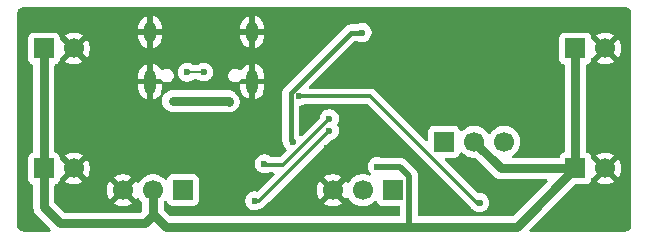
<source format=gbr>
%TF.GenerationSoftware,KiCad,Pcbnew,9.0.3*%
%TF.CreationDate,2025-08-21T23:57:32+02:00*%
%TF.ProjectId,20250807_updi,32303235-3038-4303-975f-757064692e6b,rev?*%
%TF.SameCoordinates,Original*%
%TF.FileFunction,Copper,L2,Bot*%
%TF.FilePolarity,Positive*%
%FSLAX46Y46*%
G04 Gerber Fmt 4.6, Leading zero omitted, Abs format (unit mm)*
G04 Created by KiCad (PCBNEW 9.0.3) date 2025-08-21 23:57:32*
%MOMM*%
%LPD*%
G01*
G04 APERTURE LIST*
%TA.AperFunction,ComponentPad*%
%ADD10R,1.700000X1.700000*%
%TD*%
%TA.AperFunction,ComponentPad*%
%ADD11C,1.700000*%
%TD*%
%TA.AperFunction,HeatsinkPad*%
%ADD12O,1.000000X2.100000*%
%TD*%
%TA.AperFunction,HeatsinkPad*%
%ADD13O,1.000000X1.800000*%
%TD*%
%TA.AperFunction,ViaPad*%
%ADD14C,0.600000*%
%TD*%
%TA.AperFunction,Conductor*%
%ADD15C,0.800000*%
%TD*%
%TA.AperFunction,Conductor*%
%ADD16C,0.300000*%
%TD*%
%TA.AperFunction,Conductor*%
%ADD17C,0.200000*%
%TD*%
%TA.AperFunction,Conductor*%
%ADD18C,0.400000*%
%TD*%
%TA.AperFunction,Conductor*%
%ADD19C,0.500000*%
%TD*%
G04 APERTURE END LIST*
D10*
%TO.P,J8,1,Pin_1*%
%TO.N,UART_Tx*%
X222550000Y-96000000D03*
D11*
%TO.P,J8,2,Pin_2*%
%TO.N,UART_Rx*%
X220010000Y-96000000D03*
%TO.P,J8,3,Pin_3*%
%TO.N,GND*%
X217470000Y-96000000D03*
%TD*%
D10*
%TO.P,J3,1,Pin_1*%
%TO.N,VDD*%
X193000000Y-94160000D03*
D11*
%TO.P,J3,2,Pin_2*%
%TO.N,GND*%
X195540000Y-94160000D03*
%TD*%
D10*
%TO.P,J5,1,Pin_1*%
%TO.N,VDD*%
X238000000Y-94160000D03*
D11*
%TO.P,J5,2,Pin_2*%
%TO.N,GND*%
X240540000Y-94160000D03*
%TD*%
D12*
%TO.P,J1,S1,SHIELD*%
%TO.N,GND*%
X210640000Y-86800000D03*
D13*
X210640000Y-82620000D03*
D12*
X202000000Y-86800000D03*
D13*
X202000000Y-82620000D03*
%TD*%
D10*
%TO.P,J2,1,Pin_1*%
%TO.N,VDD*%
X193000000Y-84000000D03*
D11*
%TO.P,J2,2,Pin_2*%
%TO.N,GND*%
X195540000Y-84000000D03*
%TD*%
D10*
%TO.P,J7,1,Pin_1*%
%TO.N,+5V*%
X226900000Y-91900000D03*
D11*
%TO.P,J7,2,Pin_2*%
%TO.N,VDD*%
X229440000Y-91900000D03*
%TO.P,J7,3,Pin_3*%
%TO.N,+3.3V*%
X231980000Y-91900000D03*
%TD*%
D10*
%TO.P,J4,1,Pin_1*%
%TO.N,VDD*%
X238000000Y-84000000D03*
D11*
%TO.P,J4,2,Pin_2*%
%TO.N,GND*%
X240540000Y-84000000D03*
%TD*%
D10*
%TO.P,J6,1,Pin_1*%
%TO.N,UPDI*%
X204780000Y-96000000D03*
D11*
%TO.P,J6,2,Pin_2*%
%TO.N,VDD*%
X202240000Y-96000000D03*
%TO.P,J6,3,Pin_3*%
%TO.N,GND*%
X199700000Y-96000000D03*
%TD*%
D14*
%TO.N,D+*%
X205130000Y-86010000D03*
X206550000Y-85990000D03*
%TO.N,+5V*%
X219950000Y-82650000D03*
X214087498Y-91950000D03*
%TO.N,GND*%
X191400000Y-81200000D03*
X239400000Y-91950000D03*
X219690000Y-84600000D03*
X229800000Y-86050000D03*
X211040000Y-90860000D03*
X241450000Y-98250000D03*
X217000000Y-92450000D03*
X208430000Y-93150000D03*
X235100000Y-81800000D03*
X223600000Y-88550000D03*
X191550000Y-98750000D03*
X191450000Y-91250000D03*
X231900000Y-82350000D03*
X194550000Y-91150000D03*
X236600000Y-91950000D03*
X239400000Y-90100000D03*
X223600000Y-84200000D03*
X236600000Y-90100000D03*
%TO.N,VDD*%
X207800000Y-99050000D03*
X225500000Y-99050000D03*
X221250000Y-94000000D03*
%TO.N,UPDI_Tx*%
X217187502Y-90950000D03*
X210850000Y-96900000D03*
%TO.N,Net-(D1-A)*%
X217187502Y-89950000D03*
X211680000Y-93770000D03*
%TO.N,Net-(D4-A)*%
X214600000Y-88050000D03*
X229900000Y-97050000D03*
%TO.N,VBUS*%
X203900000Y-88450000D03*
X208700000Y-88500000D03*
%TD*%
D15*
%TO.N,VBUS*%
X208650000Y-88450000D02*
X208700000Y-88500000D01*
X203900000Y-88450000D02*
X208650000Y-88450000D01*
D16*
%TO.N,Net-(D1-A)*%
X211760000Y-93850000D02*
X211680000Y-93770000D01*
X213287502Y-93850000D02*
X211760000Y-93850000D01*
D17*
%TO.N,D+*%
X206530000Y-86010000D02*
X206550000Y-85990000D01*
X205130000Y-86010000D02*
X206530000Y-86010000D01*
D18*
%TO.N,+5V*%
X219008636Y-82650000D02*
X219950000Y-82650000D01*
X214087498Y-91950000D02*
X213899000Y-91761502D01*
X213899000Y-87759636D02*
X219008636Y-82650000D01*
X213899000Y-91761502D02*
X213899000Y-87759636D01*
D15*
%TO.N,VDD*%
X238000000Y-94160000D02*
X233061000Y-99099000D01*
X193000000Y-97450000D02*
X193000000Y-94160000D01*
X203349000Y-99099000D02*
X202240000Y-97990000D01*
D19*
X221250000Y-94000000D02*
X223152000Y-94000000D01*
D15*
X231700000Y-94160000D02*
X229440000Y-91900000D01*
D19*
X223950000Y-94798000D02*
X223950000Y-99099000D01*
D15*
X193000000Y-84000000D02*
X193000000Y-94160000D01*
X202240000Y-97990000D02*
X202240000Y-96000000D01*
X194350000Y-98800000D02*
X193000000Y-97450000D01*
X223950000Y-99099000D02*
X203349000Y-99099000D01*
X201550000Y-98800000D02*
X194350000Y-98800000D01*
X202240000Y-96000000D02*
X202240000Y-98110000D01*
D19*
X223152000Y-94000000D02*
X223950000Y-94798000D01*
D15*
X238000000Y-84000000D02*
X238000000Y-94160000D01*
X202240000Y-98110000D02*
X201550000Y-98800000D01*
X233061000Y-99099000D02*
X223950000Y-99099000D01*
X238000000Y-94160000D02*
X231700000Y-94160000D01*
D16*
%TO.N,UPDI_Tx*%
X217187502Y-90950000D02*
X211237502Y-96900000D01*
X211237502Y-96900000D02*
X210850000Y-96900000D01*
%TO.N,Net-(D1-A)*%
X217187502Y-89950000D02*
X213287502Y-93850000D01*
%TO.N,Net-(D4-A)*%
X220648000Y-88050000D02*
X229648000Y-97050000D01*
X229648000Y-97050000D02*
X229900000Y-97050000D01*
X214600000Y-88050000D02*
X220648000Y-88050000D01*
%TD*%
%TA.AperFunction,Conductor*%
%TO.N,GND*%
G36*
X242256922Y-80501280D02*
G01*
X242347266Y-80511459D01*
X242374331Y-80517636D01*
X242453540Y-80545352D01*
X242478553Y-80557398D01*
X242549606Y-80602043D01*
X242571313Y-80619355D01*
X242630644Y-80678686D01*
X242647957Y-80700395D01*
X242692600Y-80771444D01*
X242704648Y-80796462D01*
X242732362Y-80875666D01*
X242738540Y-80902735D01*
X242748720Y-80993076D01*
X242749500Y-81006961D01*
X242749500Y-98993038D01*
X242748720Y-99006922D01*
X242748720Y-99006923D01*
X242738540Y-99097264D01*
X242732362Y-99124333D01*
X242704648Y-99203537D01*
X242692600Y-99228555D01*
X242647957Y-99299604D01*
X242630644Y-99321313D01*
X242571313Y-99380644D01*
X242549604Y-99397957D01*
X242478555Y-99442600D01*
X242453537Y-99454648D01*
X242374333Y-99482362D01*
X242347264Y-99488540D01*
X242267075Y-99497576D01*
X242256921Y-99498720D01*
X242243038Y-99499500D01*
X234233362Y-99499500D01*
X234166323Y-99479815D01*
X234120568Y-99427011D01*
X234110624Y-99357853D01*
X234139649Y-99294297D01*
X234145681Y-99287819D01*
X237886680Y-95546818D01*
X237948003Y-95513333D01*
X237974361Y-95510499D01*
X238897871Y-95510499D01*
X238897872Y-95510499D01*
X238957483Y-95504091D01*
X239092331Y-95453796D01*
X239207546Y-95367546D01*
X239293796Y-95252331D01*
X239344091Y-95117483D01*
X239350500Y-95057873D01*
X239350499Y-95033979D01*
X239353330Y-95020963D01*
X239363940Y-95001525D01*
X239370179Y-94980275D01*
X239386803Y-94959643D01*
X239386808Y-94959636D01*
X239386811Y-94959634D01*
X239386818Y-94959626D01*
X240057037Y-94289408D01*
X240074075Y-94352993D01*
X240139901Y-94467007D01*
X240232993Y-94560099D01*
X240347007Y-94625925D01*
X240410590Y-94642962D01*
X239778282Y-95275269D01*
X239778282Y-95275270D01*
X239832449Y-95314624D01*
X240021782Y-95411095D01*
X240223870Y-95476757D01*
X240433754Y-95510000D01*
X240646246Y-95510000D01*
X240856127Y-95476757D01*
X240856130Y-95476757D01*
X241058217Y-95411095D01*
X241247554Y-95314622D01*
X241301716Y-95275270D01*
X241301717Y-95275270D01*
X240669408Y-94642962D01*
X240732993Y-94625925D01*
X240847007Y-94560099D01*
X240940099Y-94467007D01*
X241005925Y-94352993D01*
X241022962Y-94289408D01*
X241655270Y-94921717D01*
X241655270Y-94921716D01*
X241694622Y-94867554D01*
X241791095Y-94678217D01*
X241856757Y-94476130D01*
X241856757Y-94476127D01*
X241890000Y-94266246D01*
X241890000Y-94053753D01*
X241856757Y-93843872D01*
X241856757Y-93843869D01*
X241791095Y-93641782D01*
X241694624Y-93452449D01*
X241655270Y-93398282D01*
X241655269Y-93398282D01*
X241022962Y-94030590D01*
X241005925Y-93967007D01*
X240940099Y-93852993D01*
X240847007Y-93759901D01*
X240732993Y-93694075D01*
X240669409Y-93677037D01*
X241301716Y-93044728D01*
X241247550Y-93005375D01*
X241058217Y-92908904D01*
X240856129Y-92843242D01*
X240646246Y-92810000D01*
X240433754Y-92810000D01*
X240223872Y-92843242D01*
X240223869Y-92843242D01*
X240021782Y-92908904D01*
X239832439Y-93005380D01*
X239778282Y-93044727D01*
X239778282Y-93044728D01*
X240410591Y-93677037D01*
X240347007Y-93694075D01*
X240232993Y-93759901D01*
X240139901Y-93852993D01*
X240074075Y-93967007D01*
X240057037Y-94030591D01*
X239386818Y-93360372D01*
X239353333Y-93299049D01*
X239353330Y-93299036D01*
X239350499Y-93286015D01*
X239350499Y-93262128D01*
X239344091Y-93202517D01*
X239315926Y-93127002D01*
X239293798Y-93067673D01*
X239293793Y-93067664D01*
X239207547Y-92952455D01*
X239207544Y-92952452D01*
X239092335Y-92866206D01*
X239092329Y-92866203D01*
X238981166Y-92824741D01*
X238925233Y-92782869D01*
X238900816Y-92717405D01*
X238900500Y-92708559D01*
X238900500Y-85451439D01*
X238920185Y-85384400D01*
X238972989Y-85338645D01*
X238981168Y-85335257D01*
X239092326Y-85293798D01*
X239092326Y-85293797D01*
X239092331Y-85293796D01*
X239207546Y-85207546D01*
X239293796Y-85092331D01*
X239344091Y-84957483D01*
X239350500Y-84897873D01*
X239350499Y-84873979D01*
X239353330Y-84860963D01*
X239363940Y-84841525D01*
X239370179Y-84820275D01*
X239386803Y-84799643D01*
X239386808Y-84799636D01*
X239386811Y-84799634D01*
X239386818Y-84799626D01*
X240057037Y-84129408D01*
X240074075Y-84192993D01*
X240139901Y-84307007D01*
X240232993Y-84400099D01*
X240347007Y-84465925D01*
X240410590Y-84482962D01*
X239778282Y-85115269D01*
X239778282Y-85115270D01*
X239832449Y-85154624D01*
X240021782Y-85251095D01*
X240223870Y-85316757D01*
X240433754Y-85350000D01*
X240646246Y-85350000D01*
X240856127Y-85316757D01*
X240856130Y-85316757D01*
X241058217Y-85251095D01*
X241247554Y-85154622D01*
X241301716Y-85115270D01*
X241301717Y-85115270D01*
X240669408Y-84482962D01*
X240732993Y-84465925D01*
X240847007Y-84400099D01*
X240940099Y-84307007D01*
X241005925Y-84192993D01*
X241022962Y-84129408D01*
X241655270Y-84761717D01*
X241655270Y-84761716D01*
X241694622Y-84707554D01*
X241791095Y-84518217D01*
X241856757Y-84316130D01*
X241856757Y-84316127D01*
X241890000Y-84106246D01*
X241890000Y-83893753D01*
X241856757Y-83683872D01*
X241856757Y-83683869D01*
X241791095Y-83481782D01*
X241694624Y-83292449D01*
X241655270Y-83238282D01*
X241655269Y-83238282D01*
X241022962Y-83870590D01*
X241005925Y-83807007D01*
X240940099Y-83692993D01*
X240847007Y-83599901D01*
X240732993Y-83534075D01*
X240669409Y-83517037D01*
X241301716Y-82884728D01*
X241247550Y-82845375D01*
X241058217Y-82748904D01*
X240856129Y-82683242D01*
X240646246Y-82650000D01*
X240433754Y-82650000D01*
X240223872Y-82683242D01*
X240223869Y-82683242D01*
X240021782Y-82748904D01*
X239832439Y-82845380D01*
X239778282Y-82884727D01*
X239778282Y-82884728D01*
X240410591Y-83517037D01*
X240347007Y-83534075D01*
X240232993Y-83599901D01*
X240139901Y-83692993D01*
X240074075Y-83807007D01*
X240057037Y-83870591D01*
X239386818Y-83200372D01*
X239353333Y-83139049D01*
X239353330Y-83139036D01*
X239350499Y-83126015D01*
X239350499Y-83102128D01*
X239344091Y-83042517D01*
X239315926Y-82967002D01*
X239293798Y-82907673D01*
X239293793Y-82907664D01*
X239207547Y-82792455D01*
X239207544Y-82792452D01*
X239092335Y-82706206D01*
X239092328Y-82706202D01*
X238957482Y-82655908D01*
X238957483Y-82655908D01*
X238897883Y-82649501D01*
X238897881Y-82649500D01*
X238897873Y-82649500D01*
X238897864Y-82649500D01*
X237102129Y-82649500D01*
X237102123Y-82649501D01*
X237042516Y-82655908D01*
X236907671Y-82706202D01*
X236907664Y-82706206D01*
X236792455Y-82792452D01*
X236792452Y-82792455D01*
X236706206Y-82907664D01*
X236706202Y-82907671D01*
X236655908Y-83042517D01*
X236649501Y-83102116D01*
X236649500Y-83102135D01*
X236649500Y-84897870D01*
X236649501Y-84897876D01*
X236655908Y-84957483D01*
X236706202Y-85092328D01*
X236706206Y-85092335D01*
X236792452Y-85207544D01*
X236792455Y-85207547D01*
X236907664Y-85293793D01*
X236907673Y-85293798D01*
X237018832Y-85335257D01*
X237074766Y-85377127D01*
X237099184Y-85442592D01*
X237099500Y-85451439D01*
X237099500Y-92708560D01*
X237079815Y-92775599D01*
X237027011Y-92821354D01*
X237018833Y-92824742D01*
X236907671Y-92866202D01*
X236907664Y-92866206D01*
X236792455Y-92952452D01*
X236792452Y-92952455D01*
X236706206Y-93067664D01*
X236706202Y-93067671D01*
X236664742Y-93178833D01*
X236622871Y-93234767D01*
X236557407Y-93259184D01*
X236548560Y-93259500D01*
X232788050Y-93259500D01*
X232721011Y-93239815D01*
X232675256Y-93187011D01*
X232665312Y-93117853D01*
X232694337Y-93054297D01*
X232715165Y-93035182D01*
X232859785Y-92930109D01*
X232859783Y-92930109D01*
X232859792Y-92930104D01*
X233010104Y-92779792D01*
X233010106Y-92779788D01*
X233010109Y-92779786D01*
X233135048Y-92607820D01*
X233135047Y-92607820D01*
X233135051Y-92607816D01*
X233231557Y-92418412D01*
X233297246Y-92216243D01*
X233330500Y-92006287D01*
X233330500Y-91793713D01*
X233297246Y-91583757D01*
X233231557Y-91381588D01*
X233135051Y-91192184D01*
X233135049Y-91192181D01*
X233135048Y-91192179D01*
X233010109Y-91020213D01*
X232859786Y-90869890D01*
X232687820Y-90744951D01*
X232498414Y-90648444D01*
X232498413Y-90648443D01*
X232498412Y-90648443D01*
X232296243Y-90582754D01*
X232296241Y-90582753D01*
X232296240Y-90582753D01*
X232134957Y-90557208D01*
X232086287Y-90549500D01*
X231873713Y-90549500D01*
X231825042Y-90557208D01*
X231663760Y-90582753D01*
X231461585Y-90648444D01*
X231272179Y-90744951D01*
X231100213Y-90869890D01*
X230949890Y-91020213D01*
X230824949Y-91192182D01*
X230820484Y-91200946D01*
X230772509Y-91251742D01*
X230704688Y-91268536D01*
X230638553Y-91245998D01*
X230599516Y-91200946D01*
X230595050Y-91192182D01*
X230470109Y-91020213D01*
X230319786Y-90869890D01*
X230147820Y-90744951D01*
X229958414Y-90648444D01*
X229958413Y-90648443D01*
X229958412Y-90648443D01*
X229756243Y-90582754D01*
X229756241Y-90582753D01*
X229756240Y-90582753D01*
X229594957Y-90557208D01*
X229546287Y-90549500D01*
X229333713Y-90549500D01*
X229285042Y-90557208D01*
X229123760Y-90582753D01*
X228921585Y-90648444D01*
X228732179Y-90744951D01*
X228560215Y-90869889D01*
X228446673Y-90983431D01*
X228385350Y-91016915D01*
X228315658Y-91011931D01*
X228259725Y-90970059D01*
X228242810Y-90939082D01*
X228193797Y-90807671D01*
X228193793Y-90807664D01*
X228107547Y-90692455D01*
X228107544Y-90692452D01*
X227992335Y-90606206D01*
X227992328Y-90606202D01*
X227857482Y-90555908D01*
X227857483Y-90555908D01*
X227797883Y-90549501D01*
X227797881Y-90549500D01*
X227797873Y-90549500D01*
X227797864Y-90549500D01*
X226002129Y-90549500D01*
X226002123Y-90549501D01*
X225942516Y-90555908D01*
X225807671Y-90606202D01*
X225807664Y-90606206D01*
X225692455Y-90692452D01*
X225692452Y-90692455D01*
X225606206Y-90807664D01*
X225606202Y-90807671D01*
X225555908Y-90942517D01*
X225549501Y-91002116D01*
X225549500Y-91002135D01*
X225549500Y-91732191D01*
X225529815Y-91799230D01*
X225477011Y-91844985D01*
X225407853Y-91854929D01*
X225344297Y-91825904D01*
X225337819Y-91819872D01*
X221062673Y-87544726D01*
X221046927Y-87534205D01*
X220956127Y-87473535D01*
X220937443Y-87465796D01*
X220837744Y-87424499D01*
X220837738Y-87424497D01*
X220712071Y-87399500D01*
X220712069Y-87399500D01*
X215549155Y-87399500D01*
X215482116Y-87379815D01*
X215436361Y-87327011D01*
X215426417Y-87257853D01*
X215455442Y-87194297D01*
X215461474Y-87187819D01*
X219262474Y-83386819D01*
X219289401Y-83372115D01*
X219315220Y-83355523D01*
X219321420Y-83354631D01*
X219323797Y-83353334D01*
X219350155Y-83350500D01*
X219524684Y-83350500D01*
X219572136Y-83359939D01*
X219601532Y-83372115D01*
X219716503Y-83419737D01*
X219871153Y-83450499D01*
X219871156Y-83450500D01*
X219871158Y-83450500D01*
X220028844Y-83450500D01*
X220028845Y-83450499D01*
X220183497Y-83419737D01*
X220329179Y-83359394D01*
X220460289Y-83271789D01*
X220571789Y-83160289D01*
X220659394Y-83029179D01*
X220719737Y-82883497D01*
X220750500Y-82728842D01*
X220750500Y-82571158D01*
X220750500Y-82571155D01*
X220750499Y-82571153D01*
X220719738Y-82416510D01*
X220719737Y-82416503D01*
X220700475Y-82370000D01*
X220659397Y-82270827D01*
X220659390Y-82270814D01*
X220571789Y-82139711D01*
X220571786Y-82139707D01*
X220460292Y-82028213D01*
X220460288Y-82028210D01*
X220329185Y-81940609D01*
X220329172Y-81940602D01*
X220183501Y-81880264D01*
X220183489Y-81880261D01*
X220028845Y-81849500D01*
X220028842Y-81849500D01*
X219871158Y-81849500D01*
X219871155Y-81849500D01*
X219716510Y-81880261D01*
X219716498Y-81880264D01*
X219572136Y-81940061D01*
X219524684Y-81949500D01*
X218939641Y-81949500D01*
X218804313Y-81976418D01*
X218804303Y-81976421D01*
X218676828Y-82029222D01*
X218562090Y-82105887D01*
X213354885Y-87313092D01*
X213280444Y-87424503D01*
X213278225Y-87427824D01*
X213278222Y-87427829D01*
X213225421Y-87555303D01*
X213225418Y-87555313D01*
X213198500Y-87690640D01*
X213198500Y-87690643D01*
X213198500Y-91692508D01*
X213198500Y-91830496D01*
X213198500Y-91830498D01*
X213198499Y-91830498D01*
X213225418Y-91965824D01*
X213225420Y-91965830D01*
X213278223Y-92093309D01*
X213278226Y-92093314D01*
X213295274Y-92118829D01*
X213313786Y-92163522D01*
X213317758Y-92183487D01*
X213317761Y-92183499D01*
X213378100Y-92329172D01*
X213378107Y-92329185D01*
X213465708Y-92460288D01*
X213465711Y-92460292D01*
X213523806Y-92518387D01*
X213557291Y-92579710D01*
X213552307Y-92649402D01*
X213523806Y-92693749D01*
X213054375Y-93163181D01*
X212993052Y-93196666D01*
X212966694Y-93199500D01*
X212292941Y-93199500D01*
X212225902Y-93179815D01*
X212205260Y-93163181D01*
X212190292Y-93148213D01*
X212190288Y-93148210D01*
X212059185Y-93060609D01*
X212059172Y-93060602D01*
X211913501Y-93000264D01*
X211913489Y-93000261D01*
X211758845Y-92969500D01*
X211758842Y-92969500D01*
X211601158Y-92969500D01*
X211601155Y-92969500D01*
X211446510Y-93000261D01*
X211446498Y-93000264D01*
X211300827Y-93060602D01*
X211300814Y-93060609D01*
X211169711Y-93148210D01*
X211169707Y-93148213D01*
X211058213Y-93259707D01*
X211058210Y-93259711D01*
X210970609Y-93390814D01*
X210970602Y-93390827D01*
X210910264Y-93536498D01*
X210910261Y-93536510D01*
X210879500Y-93691153D01*
X210879500Y-93848846D01*
X210910261Y-94003489D01*
X210910264Y-94003501D01*
X210970602Y-94149172D01*
X210970609Y-94149185D01*
X211058210Y-94280288D01*
X211058213Y-94280292D01*
X211169707Y-94391786D01*
X211169711Y-94391789D01*
X211300814Y-94479390D01*
X211300827Y-94479397D01*
X211446498Y-94539735D01*
X211446503Y-94539737D01*
X211601153Y-94570499D01*
X211601156Y-94570500D01*
X211601158Y-94570500D01*
X211758844Y-94570500D01*
X211758845Y-94570499D01*
X211913497Y-94539737D01*
X211976709Y-94513554D01*
X211985437Y-94509939D01*
X212032889Y-94500500D01*
X212417694Y-94500500D01*
X212484733Y-94520185D01*
X212530488Y-94572989D01*
X212540432Y-94642147D01*
X212511407Y-94705703D01*
X212505375Y-94712181D01*
X211133529Y-96084025D01*
X211072206Y-96117510D01*
X211021657Y-96117961D01*
X210928846Y-96099500D01*
X210928842Y-96099500D01*
X210771158Y-96099500D01*
X210771155Y-96099500D01*
X210616510Y-96130261D01*
X210616498Y-96130264D01*
X210470827Y-96190602D01*
X210470814Y-96190609D01*
X210339711Y-96278210D01*
X210339707Y-96278213D01*
X210228213Y-96389707D01*
X210228210Y-96389711D01*
X210140609Y-96520814D01*
X210140602Y-96520827D01*
X210080264Y-96666498D01*
X210080261Y-96666510D01*
X210049500Y-96821153D01*
X210049500Y-96978846D01*
X210080261Y-97133489D01*
X210080264Y-97133501D01*
X210140602Y-97279172D01*
X210140609Y-97279185D01*
X210228210Y-97410288D01*
X210228213Y-97410292D01*
X210339707Y-97521786D01*
X210339711Y-97521789D01*
X210470814Y-97609390D01*
X210470827Y-97609397D01*
X210576866Y-97653319D01*
X210616503Y-97669737D01*
X210771153Y-97700499D01*
X210771156Y-97700500D01*
X210771158Y-97700500D01*
X210928844Y-97700500D01*
X210928845Y-97700499D01*
X211083497Y-97669737D01*
X211229179Y-97609394D01*
X211303489Y-97559740D01*
X211348182Y-97541227D01*
X211427246Y-97525501D01*
X211545629Y-97476465D01*
X211563282Y-97464670D01*
X211563283Y-97464670D01*
X211644671Y-97410288D01*
X211652171Y-97405277D01*
X211849904Y-97207544D01*
X212077119Y-96980330D01*
X213256248Y-95801200D01*
X214213142Y-94844306D01*
X216517242Y-92540205D01*
X217290433Y-91767013D01*
X217351754Y-91733530D01*
X217353819Y-91733099D01*
X217420999Y-91719737D01*
X217566681Y-91659394D01*
X217697791Y-91571789D01*
X217809291Y-91460289D01*
X217896896Y-91329179D01*
X217957239Y-91183497D01*
X217988002Y-91028842D01*
X217988002Y-90871158D01*
X217988002Y-90871155D01*
X217988001Y-90871153D01*
X217987750Y-90869889D01*
X217957239Y-90716503D01*
X217901839Y-90582754D01*
X217896898Y-90570825D01*
X217896896Y-90570822D01*
X217896896Y-90570821D01*
X217862196Y-90518889D01*
X217841318Y-90452215D01*
X217859802Y-90384835D01*
X217862178Y-90381136D01*
X217896896Y-90329179D01*
X217957239Y-90183497D01*
X217988002Y-90028842D01*
X217988002Y-89871158D01*
X217988002Y-89871155D01*
X217988001Y-89871153D01*
X217957240Y-89716510D01*
X217957240Y-89716508D01*
X217957239Y-89716503D01*
X217957237Y-89716498D01*
X217896899Y-89570827D01*
X217896892Y-89570814D01*
X217809291Y-89439711D01*
X217809288Y-89439707D01*
X217697794Y-89328213D01*
X217697790Y-89328210D01*
X217566687Y-89240609D01*
X217566674Y-89240602D01*
X217421003Y-89180264D01*
X217420991Y-89180261D01*
X217266347Y-89149500D01*
X217266344Y-89149500D01*
X217108660Y-89149500D01*
X217108657Y-89149500D01*
X216954012Y-89180261D01*
X216954000Y-89180264D01*
X216808329Y-89240602D01*
X216808316Y-89240609D01*
X216677213Y-89328210D01*
X216677209Y-89328213D01*
X216565715Y-89439707D01*
X216565712Y-89439711D01*
X216478111Y-89570814D01*
X216478104Y-89570827D01*
X216417766Y-89716498D01*
X216417763Y-89716508D01*
X216404422Y-89783579D01*
X216372037Y-89845490D01*
X216370486Y-89847068D01*
X214831246Y-91386308D01*
X214823299Y-91390646D01*
X214817873Y-91397896D01*
X214793113Y-91407129D01*
X214769923Y-91419793D01*
X214760891Y-91419147D01*
X214752408Y-91422311D01*
X214726588Y-91416693D01*
X214700231Y-91414809D01*
X214691176Y-91408990D01*
X214684135Y-91407458D01*
X214655882Y-91386306D01*
X214635817Y-91366240D01*
X214602333Y-91304916D01*
X214599500Y-91278561D01*
X214599500Y-88968046D01*
X214619185Y-88901007D01*
X214671989Y-88855252D01*
X214699309Y-88846429D01*
X214728848Y-88840552D01*
X214833497Y-88819737D01*
X214979179Y-88759394D01*
X215036044Y-88721397D01*
X215102721Y-88700520D01*
X215104935Y-88700500D01*
X220327192Y-88700500D01*
X220394231Y-88720185D01*
X220414873Y-88736819D01*
X229233325Y-97555272D01*
X229233328Y-97555275D01*
X229314325Y-97609395D01*
X229314324Y-97609395D01*
X229343319Y-97628768D01*
X229362111Y-97644190D01*
X229389707Y-97671786D01*
X229389711Y-97671789D01*
X229520814Y-97759390D01*
X229520827Y-97759397D01*
X229666498Y-97819735D01*
X229666503Y-97819737D01*
X229821153Y-97850499D01*
X229821156Y-97850500D01*
X229821158Y-97850500D01*
X229978844Y-97850500D01*
X229978845Y-97850499D01*
X230133497Y-97819737D01*
X230279179Y-97759394D01*
X230410289Y-97671789D01*
X230521789Y-97560289D01*
X230609394Y-97429179D01*
X230669737Y-97283497D01*
X230700500Y-97128842D01*
X230700500Y-96971158D01*
X230700500Y-96971155D01*
X230700499Y-96971153D01*
X230689641Y-96916569D01*
X230669737Y-96816503D01*
X230647044Y-96761716D01*
X230609397Y-96670827D01*
X230609390Y-96670814D01*
X230521789Y-96539711D01*
X230521786Y-96539707D01*
X230410292Y-96428213D01*
X230410288Y-96428210D01*
X230279185Y-96340609D01*
X230279172Y-96340602D01*
X230133501Y-96280264D01*
X230133489Y-96280261D01*
X229978845Y-96249500D01*
X229978842Y-96249500D01*
X229821158Y-96249500D01*
X229818808Y-96249500D01*
X229751769Y-96229815D01*
X229731127Y-96213181D01*
X226980126Y-93462180D01*
X226946641Y-93400857D01*
X226951625Y-93331165D01*
X226993497Y-93275232D01*
X227058961Y-93250815D01*
X227067807Y-93250499D01*
X227797871Y-93250499D01*
X227797872Y-93250499D01*
X227857483Y-93244091D01*
X227992331Y-93193796D01*
X228107546Y-93107546D01*
X228193796Y-92992331D01*
X228242810Y-92860916D01*
X228284681Y-92804984D01*
X228350145Y-92780566D01*
X228418418Y-92795417D01*
X228446673Y-92816569D01*
X228560213Y-92930109D01*
X228732179Y-93055048D01*
X228732181Y-93055049D01*
X228732184Y-93055051D01*
X228921588Y-93151557D01*
X229123757Y-93217246D01*
X229333713Y-93250500D01*
X229465638Y-93250500D01*
X229532677Y-93270185D01*
X229553319Y-93286819D01*
X230320254Y-94053753D01*
X231000536Y-94734035D01*
X231125965Y-94859464D01*
X231273453Y-94958013D01*
X231321452Y-94977895D01*
X231437334Y-95025895D01*
X231598087Y-95057870D01*
X231611304Y-95060499D01*
X231611308Y-95060500D01*
X231611309Y-95060500D01*
X235526639Y-95060500D01*
X235593678Y-95080185D01*
X235639433Y-95132989D01*
X235649377Y-95202147D01*
X235620352Y-95265703D01*
X235614320Y-95272180D01*
X234124784Y-96761716D01*
X232724319Y-98162181D01*
X232662996Y-98195666D01*
X232636638Y-98198500D01*
X224824500Y-98198500D01*
X224757461Y-98178815D01*
X224711706Y-98126011D01*
X224700500Y-98074500D01*
X224700500Y-94724079D01*
X224671659Y-94579092D01*
X224671658Y-94579091D01*
X224671658Y-94579087D01*
X224647260Y-94520185D01*
X224615087Y-94442511D01*
X224615080Y-94442498D01*
X224532952Y-94319585D01*
X224493655Y-94280288D01*
X224428416Y-94215049D01*
X224267120Y-94053753D01*
X223630421Y-93417052D01*
X223630420Y-93417051D01*
X223591172Y-93390827D01*
X223538048Y-93355331D01*
X223507495Y-93334916D01*
X223507493Y-93334915D01*
X223507490Y-93334913D01*
X223370917Y-93278343D01*
X223370907Y-93278340D01*
X223225920Y-93249500D01*
X223225918Y-93249500D01*
X221554604Y-93249500D01*
X221507155Y-93240062D01*
X221483497Y-93230263D01*
X221483493Y-93230262D01*
X221483488Y-93230260D01*
X221328845Y-93199500D01*
X221328842Y-93199500D01*
X221171158Y-93199500D01*
X221171155Y-93199500D01*
X221016510Y-93230261D01*
X221016498Y-93230264D01*
X220870827Y-93290602D01*
X220870814Y-93290609D01*
X220739711Y-93378210D01*
X220739707Y-93378213D01*
X220628213Y-93489707D01*
X220628210Y-93489711D01*
X220540609Y-93620814D01*
X220540602Y-93620827D01*
X220480264Y-93766498D01*
X220480261Y-93766510D01*
X220449500Y-93921153D01*
X220449500Y-94078846D01*
X220480261Y-94233489D01*
X220480264Y-94233501D01*
X220540602Y-94379172D01*
X220540609Y-94379185D01*
X220628210Y-94510288D01*
X220628213Y-94510292D01*
X220664529Y-94546608D01*
X220698014Y-94607931D01*
X220693030Y-94677623D01*
X220651158Y-94733556D01*
X220585694Y-94757973D01*
X220533201Y-94749469D01*
X220533046Y-94749949D01*
X220529945Y-94748941D01*
X220529405Y-94748854D01*
X220528417Y-94748445D01*
X220528414Y-94748444D01*
X220528412Y-94748443D01*
X220326243Y-94682754D01*
X220326241Y-94682753D01*
X220326240Y-94682753D01*
X220164957Y-94657208D01*
X220116287Y-94649500D01*
X219903713Y-94649500D01*
X219855042Y-94657208D01*
X219693760Y-94682753D01*
X219491585Y-94748444D01*
X219302179Y-94844951D01*
X219130213Y-94969890D01*
X218979890Y-95120213D01*
X218854949Y-95292182D01*
X218850202Y-95301499D01*
X218802227Y-95352293D01*
X218734405Y-95369087D01*
X218668271Y-95346548D01*
X218629234Y-95301495D01*
X218624626Y-95292452D01*
X218585270Y-95238282D01*
X218585269Y-95238282D01*
X217952962Y-95870590D01*
X217935925Y-95807007D01*
X217870099Y-95692993D01*
X217777007Y-95599901D01*
X217662993Y-95534075D01*
X217599409Y-95517037D01*
X218231716Y-94884728D01*
X218177550Y-94845375D01*
X217988217Y-94748904D01*
X217786129Y-94683242D01*
X217576246Y-94650000D01*
X217363754Y-94650000D01*
X217153872Y-94683242D01*
X217153869Y-94683242D01*
X216951782Y-94748904D01*
X216762439Y-94845380D01*
X216708282Y-94884727D01*
X216708282Y-94884728D01*
X217340591Y-95517037D01*
X217277007Y-95534075D01*
X217162993Y-95599901D01*
X217069901Y-95692993D01*
X217004075Y-95807007D01*
X216987037Y-95870591D01*
X216354728Y-95238282D01*
X216354727Y-95238282D01*
X216315380Y-95292439D01*
X216218904Y-95481782D01*
X216153242Y-95683869D01*
X216153242Y-95683872D01*
X216120000Y-95893753D01*
X216120000Y-96106246D01*
X216153242Y-96316127D01*
X216153242Y-96316130D01*
X216218904Y-96518217D01*
X216315375Y-96707550D01*
X216354728Y-96761716D01*
X216987037Y-96129408D01*
X217004075Y-96192993D01*
X217069901Y-96307007D01*
X217162993Y-96400099D01*
X217277007Y-96465925D01*
X217340590Y-96482962D01*
X216708282Y-97115269D01*
X216708282Y-97115270D01*
X216762449Y-97154624D01*
X216951782Y-97251095D01*
X217153870Y-97316757D01*
X217363754Y-97350000D01*
X217576246Y-97350000D01*
X217786127Y-97316757D01*
X217786130Y-97316757D01*
X217988217Y-97251095D01*
X218177554Y-97154622D01*
X218231716Y-97115270D01*
X218231717Y-97115270D01*
X217599408Y-96482962D01*
X217662993Y-96465925D01*
X217777007Y-96400099D01*
X217870099Y-96307007D01*
X217935925Y-96192993D01*
X217952962Y-96129408D01*
X218585270Y-96761717D01*
X218585270Y-96761716D01*
X218624622Y-96707555D01*
X218629232Y-96698507D01*
X218677205Y-96647709D01*
X218745025Y-96630912D01*
X218811161Y-96653447D01*
X218850204Y-96698504D01*
X218854949Y-96707817D01*
X218979890Y-96879786D01*
X219130213Y-97030109D01*
X219302179Y-97155048D01*
X219302181Y-97155049D01*
X219302184Y-97155051D01*
X219491588Y-97251557D01*
X219693757Y-97317246D01*
X219903713Y-97350500D01*
X219903714Y-97350500D01*
X220116286Y-97350500D01*
X220116287Y-97350500D01*
X220326243Y-97317246D01*
X220528412Y-97251557D01*
X220717816Y-97155051D01*
X220889792Y-97030104D01*
X221003329Y-96916566D01*
X221064648Y-96883084D01*
X221134340Y-96888068D01*
X221190274Y-96929939D01*
X221207189Y-96960917D01*
X221256202Y-97092328D01*
X221256206Y-97092335D01*
X221342452Y-97207544D01*
X221342455Y-97207547D01*
X221457664Y-97293793D01*
X221457671Y-97293797D01*
X221592517Y-97344091D01*
X221592516Y-97344091D01*
X221599444Y-97344835D01*
X221652127Y-97350500D01*
X223075500Y-97350499D01*
X223142539Y-97370184D01*
X223188294Y-97422987D01*
X223199500Y-97474499D01*
X223199500Y-98074500D01*
X223179815Y-98141539D01*
X223127011Y-98187294D01*
X223075500Y-98198500D01*
X203773362Y-98198500D01*
X203706323Y-98178815D01*
X203685681Y-98162181D01*
X203176819Y-97653319D01*
X203143334Y-97591996D01*
X203140500Y-97565638D01*
X203140500Y-97060758D01*
X203149143Y-97031321D01*
X203155667Y-97001332D01*
X203159422Y-96996315D01*
X203160185Y-96993719D01*
X203176818Y-96973078D01*
X203192414Y-96957482D01*
X203233327Y-96916568D01*
X203294648Y-96883084D01*
X203364340Y-96888068D01*
X203420273Y-96929939D01*
X203437189Y-96960917D01*
X203486202Y-97092328D01*
X203486206Y-97092335D01*
X203572452Y-97207544D01*
X203572455Y-97207547D01*
X203687664Y-97293793D01*
X203687671Y-97293797D01*
X203822517Y-97344091D01*
X203822516Y-97344091D01*
X203829444Y-97344835D01*
X203882127Y-97350500D01*
X205677872Y-97350499D01*
X205737483Y-97344091D01*
X205872331Y-97293796D01*
X205987546Y-97207546D01*
X206073796Y-97092331D01*
X206124091Y-96957483D01*
X206130500Y-96897873D01*
X206130499Y-95102128D01*
X206124091Y-95042517D01*
X206122810Y-95039083D01*
X206073797Y-94907671D01*
X206073793Y-94907664D01*
X205987547Y-94792455D01*
X205987544Y-94792452D01*
X205872335Y-94706206D01*
X205872328Y-94706202D01*
X205737482Y-94655908D01*
X205737483Y-94655908D01*
X205677883Y-94649501D01*
X205677881Y-94649500D01*
X205677873Y-94649500D01*
X205677864Y-94649500D01*
X203882129Y-94649500D01*
X203882123Y-94649501D01*
X203822516Y-94655908D01*
X203687671Y-94706202D01*
X203687664Y-94706206D01*
X203572455Y-94792452D01*
X203572452Y-94792455D01*
X203486206Y-94907664D01*
X203486203Y-94907669D01*
X203437189Y-95039083D01*
X203395317Y-95095016D01*
X203329853Y-95119433D01*
X203261580Y-95104581D01*
X203233326Y-95083430D01*
X203119786Y-94969890D01*
X202947820Y-94844951D01*
X202758414Y-94748444D01*
X202758413Y-94748443D01*
X202758412Y-94748443D01*
X202556243Y-94682754D01*
X202556241Y-94682753D01*
X202556240Y-94682753D01*
X202394957Y-94657208D01*
X202346287Y-94649500D01*
X202133713Y-94649500D01*
X202085042Y-94657208D01*
X201923760Y-94682753D01*
X201721585Y-94748444D01*
X201532179Y-94844951D01*
X201360213Y-94969890D01*
X201209890Y-95120213D01*
X201084949Y-95292182D01*
X201080202Y-95301499D01*
X201032227Y-95352293D01*
X200964405Y-95369087D01*
X200898271Y-95346548D01*
X200859234Y-95301495D01*
X200854626Y-95292452D01*
X200815270Y-95238282D01*
X200815269Y-95238282D01*
X200182962Y-95870590D01*
X200165925Y-95807007D01*
X200100099Y-95692993D01*
X200007007Y-95599901D01*
X199892993Y-95534075D01*
X199829409Y-95517037D01*
X200461716Y-94884728D01*
X200407550Y-94845375D01*
X200218217Y-94748904D01*
X200016129Y-94683242D01*
X199806246Y-94650000D01*
X199593754Y-94650000D01*
X199383872Y-94683242D01*
X199383869Y-94683242D01*
X199181782Y-94748904D01*
X198992439Y-94845380D01*
X198938282Y-94884727D01*
X198938282Y-94884728D01*
X199570591Y-95517037D01*
X199507007Y-95534075D01*
X199392993Y-95599901D01*
X199299901Y-95692993D01*
X199234075Y-95807007D01*
X199217037Y-95870591D01*
X198584728Y-95238282D01*
X198584727Y-95238282D01*
X198545380Y-95292439D01*
X198448904Y-95481782D01*
X198383242Y-95683869D01*
X198383242Y-95683872D01*
X198350000Y-95893753D01*
X198350000Y-96106246D01*
X198383242Y-96316127D01*
X198383242Y-96316130D01*
X198448904Y-96518217D01*
X198545375Y-96707550D01*
X198584728Y-96761716D01*
X199217037Y-96129408D01*
X199234075Y-96192993D01*
X199299901Y-96307007D01*
X199392993Y-96400099D01*
X199507007Y-96465925D01*
X199570590Y-96482962D01*
X198938282Y-97115269D01*
X198938282Y-97115270D01*
X198992449Y-97154624D01*
X199181782Y-97251095D01*
X199383870Y-97316757D01*
X199593754Y-97350000D01*
X199806246Y-97350000D01*
X200016127Y-97316757D01*
X200016130Y-97316757D01*
X200218217Y-97251095D01*
X200407554Y-97154622D01*
X200461716Y-97115270D01*
X200461717Y-97115270D01*
X199829408Y-96482962D01*
X199892993Y-96465925D01*
X200007007Y-96400099D01*
X200100099Y-96307007D01*
X200165925Y-96192993D01*
X200182962Y-96129409D01*
X200815270Y-96761717D01*
X200815270Y-96761716D01*
X200854622Y-96707555D01*
X200859232Y-96698507D01*
X200907205Y-96647709D01*
X200975025Y-96630912D01*
X201041161Y-96653447D01*
X201080204Y-96698504D01*
X201084949Y-96707817D01*
X201209890Y-96879786D01*
X201303181Y-96973077D01*
X201336666Y-97034400D01*
X201339500Y-97060758D01*
X201339500Y-97685638D01*
X201330855Y-97715078D01*
X201324332Y-97745065D01*
X201320577Y-97750080D01*
X201319815Y-97752677D01*
X201303181Y-97773319D01*
X201213319Y-97863181D01*
X201151996Y-97896666D01*
X201125638Y-97899500D01*
X194774361Y-97899500D01*
X194707322Y-97879815D01*
X194686680Y-97863181D01*
X193979192Y-97155692D01*
X193936819Y-97113319D01*
X193903334Y-97051996D01*
X193900500Y-97025638D01*
X193900500Y-95611439D01*
X193920185Y-95544400D01*
X193972989Y-95498645D01*
X193981168Y-95495257D01*
X194092326Y-95453798D01*
X194092326Y-95453797D01*
X194092331Y-95453796D01*
X194207546Y-95367546D01*
X194293796Y-95252331D01*
X194344091Y-95117483D01*
X194350500Y-95057873D01*
X194350499Y-95033979D01*
X194353330Y-95020963D01*
X194363940Y-95001525D01*
X194370179Y-94980275D01*
X194386803Y-94959643D01*
X194386808Y-94959636D01*
X194386811Y-94959634D01*
X194386818Y-94959626D01*
X195057037Y-94289408D01*
X195074075Y-94352993D01*
X195139901Y-94467007D01*
X195232993Y-94560099D01*
X195347007Y-94625925D01*
X195410590Y-94642962D01*
X194778282Y-95275269D01*
X194778282Y-95275270D01*
X194832449Y-95314624D01*
X195021782Y-95411095D01*
X195223870Y-95476757D01*
X195433754Y-95510000D01*
X195646246Y-95510000D01*
X195856127Y-95476757D01*
X195856130Y-95476757D01*
X196058217Y-95411095D01*
X196247554Y-95314622D01*
X196301716Y-95275270D01*
X196301717Y-95275270D01*
X195669408Y-94642962D01*
X195732993Y-94625925D01*
X195847007Y-94560099D01*
X195940099Y-94467007D01*
X196005925Y-94352993D01*
X196022962Y-94289408D01*
X196655270Y-94921717D01*
X196655270Y-94921716D01*
X196694622Y-94867554D01*
X196791095Y-94678217D01*
X196856757Y-94476130D01*
X196856757Y-94476127D01*
X196890000Y-94266246D01*
X196890000Y-94053753D01*
X196856757Y-93843872D01*
X196856757Y-93843869D01*
X196791095Y-93641782D01*
X196694624Y-93452449D01*
X196655270Y-93398282D01*
X196655269Y-93398282D01*
X196022962Y-94030590D01*
X196005925Y-93967007D01*
X195940099Y-93852993D01*
X195847007Y-93759901D01*
X195732993Y-93694075D01*
X195669409Y-93677037D01*
X196301716Y-93044728D01*
X196247550Y-93005375D01*
X196058217Y-92908904D01*
X195856129Y-92843242D01*
X195646246Y-92810000D01*
X195433754Y-92810000D01*
X195223872Y-92843242D01*
X195223869Y-92843242D01*
X195021782Y-92908904D01*
X194832439Y-93005380D01*
X194778282Y-93044727D01*
X194778282Y-93044728D01*
X195410591Y-93677037D01*
X195347007Y-93694075D01*
X195232993Y-93759901D01*
X195139901Y-93852993D01*
X195074075Y-93967007D01*
X195057037Y-94030591D01*
X194386818Y-93360372D01*
X194353333Y-93299049D01*
X194353330Y-93299036D01*
X194350499Y-93286015D01*
X194350499Y-93262128D01*
X194344091Y-93202517D01*
X194315926Y-93127002D01*
X194293798Y-93067673D01*
X194293793Y-93067664D01*
X194207547Y-92952455D01*
X194207544Y-92952452D01*
X194092335Y-92866206D01*
X194092329Y-92866203D01*
X193981166Y-92824741D01*
X193925233Y-92782869D01*
X193900816Y-92717405D01*
X193900500Y-92708559D01*
X193900500Y-88361304D01*
X202999500Y-88361304D01*
X202999500Y-88538695D01*
X203034103Y-88712658D01*
X203034106Y-88712667D01*
X203101983Y-88876540D01*
X203101990Y-88876553D01*
X203200535Y-89024034D01*
X203200538Y-89024038D01*
X203325961Y-89149461D01*
X203325965Y-89149464D01*
X203473446Y-89248009D01*
X203473459Y-89248016D01*
X203594155Y-89298009D01*
X203637334Y-89315894D01*
X203637336Y-89315894D01*
X203637341Y-89315896D01*
X203811304Y-89350499D01*
X203811307Y-89350500D01*
X203811309Y-89350500D01*
X208375502Y-89350500D01*
X208422954Y-89359939D01*
X208437329Y-89365893D01*
X208437334Y-89365895D01*
X208611304Y-89400499D01*
X208611308Y-89400500D01*
X208611309Y-89400500D01*
X208788693Y-89400500D01*
X208788694Y-89400499D01*
X208962666Y-89365895D01*
X209126547Y-89298013D01*
X209274036Y-89199464D01*
X209399464Y-89074036D01*
X209498013Y-88926547D01*
X209565895Y-88762666D01*
X209600500Y-88588692D01*
X209600500Y-88411309D01*
X209565895Y-88237334D01*
X209498013Y-88073454D01*
X209498011Y-88073451D01*
X209498009Y-88073447D01*
X209399464Y-87925965D01*
X209399461Y-87925961D01*
X209224041Y-87750540D01*
X209224040Y-87750539D01*
X209224036Y-87750536D01*
X209164959Y-87711063D01*
X209076547Y-87651987D01*
X208994606Y-87618046D01*
X208927042Y-87590060D01*
X208912666Y-87584105D01*
X208912658Y-87584103D01*
X208738696Y-87549500D01*
X208738692Y-87549500D01*
X208738691Y-87549500D01*
X203811309Y-87549500D01*
X203811306Y-87549500D01*
X203637341Y-87584103D01*
X203637332Y-87584106D01*
X203473459Y-87651983D01*
X203473446Y-87651990D01*
X203325965Y-87750535D01*
X203325961Y-87750538D01*
X203200538Y-87875961D01*
X203200535Y-87875965D01*
X203101990Y-88023446D01*
X203101983Y-88023459D01*
X203034106Y-88187332D01*
X203034103Y-88187341D01*
X202999500Y-88361304D01*
X193900500Y-88361304D01*
X193900500Y-86151504D01*
X201000000Y-86151504D01*
X201000000Y-86550000D01*
X201700000Y-86550000D01*
X201700000Y-87050000D01*
X201000000Y-87050000D01*
X201000000Y-87448495D01*
X201038427Y-87641681D01*
X201038430Y-87641693D01*
X201113807Y-87823671D01*
X201113814Y-87823684D01*
X201223248Y-87987462D01*
X201223251Y-87987466D01*
X201362533Y-88126748D01*
X201362537Y-88126751D01*
X201526315Y-88236185D01*
X201526328Y-88236192D01*
X201708308Y-88311569D01*
X201750000Y-88319862D01*
X201750000Y-87516988D01*
X201759940Y-87534205D01*
X201815795Y-87590060D01*
X201884204Y-87629556D01*
X201960504Y-87650000D01*
X202039496Y-87650000D01*
X202115796Y-87629556D01*
X202184205Y-87590060D01*
X202240060Y-87534205D01*
X202250000Y-87516988D01*
X202250000Y-88319862D01*
X202291690Y-88311569D01*
X202291692Y-88311569D01*
X202462895Y-88240656D01*
X202473671Y-88236192D01*
X202473684Y-88236185D01*
X202637462Y-88126751D01*
X202637466Y-88126748D01*
X202776748Y-87987466D01*
X202776751Y-87987462D01*
X202886185Y-87823684D01*
X202886192Y-87823671D01*
X202961569Y-87641693D01*
X202961572Y-87641681D01*
X202999999Y-87448495D01*
X203000000Y-87448492D01*
X203000000Y-87050000D01*
X202300000Y-87050000D01*
X202300000Y-86550000D01*
X202838216Y-86550000D01*
X202905255Y-86569685D01*
X202945602Y-86611999D01*
X202969485Y-86653365D01*
X203076635Y-86760515D01*
X203207865Y-86836281D01*
X203354234Y-86875500D01*
X203354236Y-86875500D01*
X203505764Y-86875500D01*
X203505766Y-86875500D01*
X203652135Y-86836281D01*
X203783365Y-86760515D01*
X203890515Y-86653365D01*
X203966281Y-86522135D01*
X204005500Y-86375766D01*
X204005500Y-86224234D01*
X203966281Y-86077865D01*
X203890515Y-85946635D01*
X203875033Y-85931153D01*
X204329500Y-85931153D01*
X204329500Y-86088846D01*
X204360261Y-86243489D01*
X204360264Y-86243501D01*
X204420602Y-86389172D01*
X204420609Y-86389185D01*
X204508210Y-86520288D01*
X204508213Y-86520292D01*
X204619707Y-86631786D01*
X204619711Y-86631789D01*
X204750814Y-86719390D01*
X204750827Y-86719397D01*
X204896498Y-86779735D01*
X204896503Y-86779737D01*
X205051153Y-86810499D01*
X205051156Y-86810500D01*
X205051158Y-86810500D01*
X205208844Y-86810500D01*
X205208845Y-86810499D01*
X205363497Y-86779737D01*
X205509179Y-86719394D01*
X205539117Y-86699390D01*
X205640875Y-86631398D01*
X205707553Y-86610520D01*
X205709766Y-86610500D01*
X206000166Y-86610500D01*
X206067205Y-86630185D01*
X206069057Y-86631398D01*
X206170814Y-86699390D01*
X206170827Y-86699397D01*
X206316498Y-86759735D01*
X206316503Y-86759737D01*
X206471153Y-86790499D01*
X206471156Y-86790500D01*
X206471158Y-86790500D01*
X206628844Y-86790500D01*
X206628845Y-86790499D01*
X206783497Y-86759737D01*
X206929179Y-86699394D01*
X207060289Y-86611789D01*
X207171789Y-86500289D01*
X207259394Y-86369179D01*
X207319432Y-86224234D01*
X208634500Y-86224234D01*
X208634500Y-86375765D01*
X208673719Y-86522136D01*
X208689807Y-86550000D01*
X208749485Y-86653365D01*
X208856635Y-86760515D01*
X208987865Y-86836281D01*
X209134234Y-86875500D01*
X209134236Y-86875500D01*
X209285763Y-86875500D01*
X209285766Y-86875500D01*
X209432135Y-86836281D01*
X209563365Y-86760515D01*
X209670515Y-86653365D01*
X209694397Y-86611999D01*
X209744964Y-86563784D01*
X209801784Y-86550000D01*
X210340000Y-86550000D01*
X210340000Y-87050000D01*
X209640000Y-87050000D01*
X209640000Y-87448495D01*
X209678427Y-87641681D01*
X209678430Y-87641693D01*
X209753807Y-87823671D01*
X209753814Y-87823684D01*
X209863248Y-87987462D01*
X209863251Y-87987466D01*
X210002533Y-88126748D01*
X210002537Y-88126751D01*
X210166315Y-88236185D01*
X210166328Y-88236192D01*
X210348308Y-88311569D01*
X210390000Y-88319862D01*
X210390000Y-87516988D01*
X210399940Y-87534205D01*
X210455795Y-87590060D01*
X210524204Y-87629556D01*
X210600504Y-87650000D01*
X210679496Y-87650000D01*
X210755796Y-87629556D01*
X210824205Y-87590060D01*
X210880060Y-87534205D01*
X210890000Y-87516988D01*
X210890000Y-88319862D01*
X210931690Y-88311569D01*
X210931692Y-88311569D01*
X211113671Y-88236192D01*
X211113684Y-88236185D01*
X211277462Y-88126751D01*
X211277466Y-88126748D01*
X211416748Y-87987466D01*
X211416751Y-87987462D01*
X211526185Y-87823684D01*
X211526192Y-87823671D01*
X211601569Y-87641693D01*
X211601572Y-87641681D01*
X211639999Y-87448495D01*
X211640000Y-87448492D01*
X211640000Y-87050000D01*
X210940000Y-87050000D01*
X210940000Y-86550000D01*
X211640000Y-86550000D01*
X211640000Y-86151508D01*
X211639999Y-86151504D01*
X211601572Y-85958318D01*
X211601569Y-85958306D01*
X211526192Y-85776328D01*
X211526185Y-85776315D01*
X211416751Y-85612537D01*
X211416748Y-85612533D01*
X211277466Y-85473251D01*
X211277462Y-85473248D01*
X211113684Y-85363814D01*
X211113671Y-85363807D01*
X210931691Y-85288429D01*
X210931683Y-85288427D01*
X210890000Y-85280135D01*
X210890000Y-86083011D01*
X210880060Y-86065795D01*
X210824205Y-86009940D01*
X210755796Y-85970444D01*
X210679496Y-85950000D01*
X210600504Y-85950000D01*
X210524204Y-85970444D01*
X210455795Y-86009940D01*
X210399940Y-86065795D01*
X210390000Y-86083011D01*
X210390000Y-85280136D01*
X210389999Y-85280135D01*
X210348316Y-85288427D01*
X210348308Y-85288429D01*
X210166328Y-85363807D01*
X210166315Y-85363814D01*
X210002537Y-85473248D01*
X210002533Y-85473251D01*
X209863251Y-85612533D01*
X209863248Y-85612537D01*
X209753814Y-85776315D01*
X209753809Y-85776324D01*
X209749866Y-85785845D01*
X209706023Y-85840247D01*
X209639728Y-85862310D01*
X209572030Y-85845029D01*
X209566597Y-85841351D01*
X209432136Y-85763719D01*
X209358950Y-85744109D01*
X209285766Y-85724500D01*
X209134234Y-85724500D01*
X208987863Y-85763719D01*
X208856635Y-85839485D01*
X208856632Y-85839487D01*
X208749487Y-85946632D01*
X208749485Y-85946635D01*
X208673719Y-86077863D01*
X208634500Y-86224234D01*
X207319432Y-86224234D01*
X207319737Y-86223497D01*
X207350500Y-86068842D01*
X207350500Y-85911158D01*
X207350500Y-85911155D01*
X207350499Y-85911153D01*
X207337346Y-85845029D01*
X207319737Y-85756503D01*
X207267681Y-85630827D01*
X207259397Y-85610827D01*
X207259390Y-85610814D01*
X207171789Y-85479711D01*
X207171786Y-85479707D01*
X207060292Y-85368213D01*
X207060288Y-85368210D01*
X206929185Y-85280609D01*
X206929172Y-85280602D01*
X206783501Y-85220264D01*
X206783489Y-85220261D01*
X206628845Y-85189500D01*
X206628842Y-85189500D01*
X206471158Y-85189500D01*
X206471155Y-85189500D01*
X206316510Y-85220261D01*
X206316498Y-85220264D01*
X206170827Y-85280602D01*
X206170814Y-85280609D01*
X206039711Y-85368210D01*
X206039707Y-85368213D01*
X206034740Y-85373181D01*
X206007812Y-85387884D01*
X205981994Y-85404477D01*
X205975793Y-85405368D01*
X205973417Y-85406666D01*
X205947059Y-85409500D01*
X205709766Y-85409500D01*
X205642727Y-85389815D01*
X205640875Y-85388602D01*
X205509185Y-85300609D01*
X205509172Y-85300602D01*
X205363501Y-85240264D01*
X205363489Y-85240261D01*
X205208845Y-85209500D01*
X205208842Y-85209500D01*
X205051158Y-85209500D01*
X205051155Y-85209500D01*
X204896510Y-85240261D01*
X204896498Y-85240264D01*
X204750827Y-85300602D01*
X204750814Y-85300609D01*
X204619711Y-85388210D01*
X204619707Y-85388213D01*
X204508213Y-85499707D01*
X204508210Y-85499711D01*
X204420609Y-85630814D01*
X204420602Y-85630827D01*
X204360264Y-85776498D01*
X204360261Y-85776510D01*
X204329500Y-85931153D01*
X203875033Y-85931153D01*
X203783365Y-85839485D01*
X203713406Y-85799094D01*
X203652136Y-85763719D01*
X203578950Y-85744109D01*
X203505766Y-85724500D01*
X203354234Y-85724500D01*
X203207863Y-85763719D01*
X203116428Y-85816510D01*
X203076635Y-85839485D01*
X203076633Y-85839486D01*
X203069597Y-85843549D01*
X203068327Y-85841349D01*
X203014995Y-85861960D01*
X202946552Y-85847914D01*
X202896568Y-85799094D01*
X202890131Y-85785838D01*
X202886192Y-85776328D01*
X202886185Y-85776315D01*
X202776751Y-85612537D01*
X202776748Y-85612533D01*
X202637466Y-85473251D01*
X202637462Y-85473248D01*
X202473684Y-85363814D01*
X202473671Y-85363807D01*
X202291691Y-85288429D01*
X202291683Y-85288427D01*
X202250000Y-85280135D01*
X202250000Y-86083011D01*
X202240060Y-86065795D01*
X202184205Y-86009940D01*
X202115796Y-85970444D01*
X202039496Y-85950000D01*
X201960504Y-85950000D01*
X201884204Y-85970444D01*
X201815795Y-86009940D01*
X201759940Y-86065795D01*
X201750000Y-86083011D01*
X201750000Y-85280136D01*
X201749999Y-85280135D01*
X201708316Y-85288427D01*
X201708308Y-85288429D01*
X201526328Y-85363807D01*
X201526315Y-85363814D01*
X201362537Y-85473248D01*
X201362533Y-85473251D01*
X201223251Y-85612533D01*
X201223248Y-85612537D01*
X201113814Y-85776315D01*
X201113807Y-85776328D01*
X201038430Y-85958306D01*
X201038427Y-85958318D01*
X201000000Y-86151504D01*
X193900500Y-86151504D01*
X193900500Y-85451439D01*
X193920185Y-85384400D01*
X193972989Y-85338645D01*
X193981168Y-85335257D01*
X194092326Y-85293798D01*
X194092326Y-85293797D01*
X194092331Y-85293796D01*
X194207546Y-85207546D01*
X194293796Y-85092331D01*
X194344091Y-84957483D01*
X194350500Y-84897873D01*
X194350499Y-84873979D01*
X194353330Y-84860963D01*
X194363940Y-84841525D01*
X194370179Y-84820275D01*
X194386803Y-84799643D01*
X194386808Y-84799636D01*
X194386811Y-84799634D01*
X194386818Y-84799626D01*
X195057037Y-84129408D01*
X195074075Y-84192993D01*
X195139901Y-84307007D01*
X195232993Y-84400099D01*
X195347007Y-84465925D01*
X195410590Y-84482962D01*
X194778282Y-85115269D01*
X194778282Y-85115270D01*
X194832449Y-85154624D01*
X195021782Y-85251095D01*
X195223870Y-85316757D01*
X195433754Y-85350000D01*
X195646246Y-85350000D01*
X195856127Y-85316757D01*
X195856130Y-85316757D01*
X196058217Y-85251095D01*
X196247554Y-85154622D01*
X196301716Y-85115270D01*
X196301717Y-85115270D01*
X195669408Y-84482962D01*
X195732993Y-84465925D01*
X195847007Y-84400099D01*
X195940099Y-84307007D01*
X196005925Y-84192993D01*
X196022962Y-84129408D01*
X196655270Y-84761717D01*
X196655270Y-84761716D01*
X196694622Y-84707554D01*
X196791095Y-84518217D01*
X196856757Y-84316130D01*
X196856757Y-84316127D01*
X196890000Y-84106246D01*
X196890000Y-83893753D01*
X196856757Y-83683872D01*
X196856757Y-83683869D01*
X196791095Y-83481782D01*
X196694624Y-83292449D01*
X196655270Y-83238282D01*
X196655269Y-83238282D01*
X196022962Y-83870590D01*
X196005925Y-83807007D01*
X195940099Y-83692993D01*
X195847007Y-83599901D01*
X195732993Y-83534075D01*
X195669409Y-83517037D01*
X196301716Y-82884728D01*
X196247550Y-82845375D01*
X196058217Y-82748904D01*
X195856129Y-82683242D01*
X195646246Y-82650000D01*
X195433754Y-82650000D01*
X195223872Y-82683242D01*
X195223869Y-82683242D01*
X195021782Y-82748904D01*
X194832439Y-82845380D01*
X194778282Y-82884727D01*
X194778282Y-82884728D01*
X195410591Y-83517037D01*
X195347007Y-83534075D01*
X195232993Y-83599901D01*
X195139901Y-83692993D01*
X195074075Y-83807007D01*
X195057037Y-83870591D01*
X194386818Y-83200372D01*
X194353333Y-83139049D01*
X194353330Y-83139036D01*
X194350499Y-83126015D01*
X194350499Y-83102128D01*
X194344091Y-83042517D01*
X194315926Y-82967002D01*
X194293798Y-82907673D01*
X194293793Y-82907664D01*
X194207547Y-82792455D01*
X194207544Y-82792452D01*
X194092335Y-82706206D01*
X194092328Y-82706202D01*
X193957482Y-82655908D01*
X193957483Y-82655908D01*
X193897883Y-82649501D01*
X193897881Y-82649500D01*
X193897873Y-82649500D01*
X193897864Y-82649500D01*
X192102129Y-82649500D01*
X192102123Y-82649501D01*
X192042516Y-82655908D01*
X191907671Y-82706202D01*
X191907664Y-82706206D01*
X191792455Y-82792452D01*
X191792452Y-82792455D01*
X191706206Y-82907664D01*
X191706202Y-82907671D01*
X191655908Y-83042517D01*
X191649501Y-83102116D01*
X191649500Y-83102135D01*
X191649500Y-84897870D01*
X191649501Y-84897876D01*
X191655908Y-84957483D01*
X191706202Y-85092328D01*
X191706206Y-85092335D01*
X191792452Y-85207544D01*
X191792455Y-85207547D01*
X191907664Y-85293793D01*
X191907673Y-85293798D01*
X192018832Y-85335257D01*
X192074766Y-85377127D01*
X192099184Y-85442592D01*
X192099500Y-85451439D01*
X192099500Y-92708560D01*
X192079815Y-92775599D01*
X192027011Y-92821354D01*
X192018833Y-92824742D01*
X191907671Y-92866202D01*
X191907664Y-92866206D01*
X191792455Y-92952452D01*
X191792452Y-92952455D01*
X191706206Y-93067664D01*
X191706202Y-93067671D01*
X191655908Y-93202517D01*
X191649501Y-93262116D01*
X191649500Y-93262135D01*
X191649500Y-95057870D01*
X191649501Y-95057876D01*
X191655908Y-95117483D01*
X191706202Y-95252328D01*
X191706206Y-95252335D01*
X191792452Y-95367544D01*
X191792455Y-95367547D01*
X191907664Y-95453793D01*
X191907673Y-95453798D01*
X192018832Y-95495257D01*
X192074766Y-95537127D01*
X192099184Y-95602592D01*
X192099500Y-95611439D01*
X192099500Y-97538696D01*
X192134103Y-97712659D01*
X192134104Y-97712663D01*
X192134105Y-97712666D01*
X192153461Y-97759394D01*
X192201987Y-97876547D01*
X192240447Y-97934106D01*
X192286734Y-98003379D01*
X192300537Y-98024038D01*
X192300538Y-98024039D01*
X193564320Y-99287819D01*
X193597805Y-99349142D01*
X193592821Y-99418833D01*
X193550950Y-99474767D01*
X193485485Y-99499184D01*
X193476639Y-99499500D01*
X191256962Y-99499500D01*
X191243078Y-99498720D01*
X191230553Y-99497308D01*
X191152735Y-99488540D01*
X191125666Y-99482362D01*
X191046462Y-99454648D01*
X191021444Y-99442600D01*
X190950395Y-99397957D01*
X190928686Y-99380644D01*
X190869355Y-99321313D01*
X190852042Y-99299604D01*
X190848707Y-99294297D01*
X190807398Y-99228553D01*
X190795351Y-99203537D01*
X190767637Y-99124333D01*
X190761459Y-99097263D01*
X190751280Y-99006922D01*
X190750500Y-98993038D01*
X190750500Y-82121504D01*
X201000000Y-82121504D01*
X201000000Y-82370000D01*
X201700000Y-82370000D01*
X201700000Y-82870000D01*
X201000000Y-82870000D01*
X201000000Y-83118495D01*
X201038427Y-83311681D01*
X201038430Y-83311693D01*
X201113807Y-83493671D01*
X201113814Y-83493684D01*
X201223248Y-83657462D01*
X201223251Y-83657466D01*
X201362533Y-83796748D01*
X201362537Y-83796751D01*
X201526315Y-83906185D01*
X201526328Y-83906192D01*
X201708308Y-83981569D01*
X201750000Y-83989862D01*
X201750000Y-83186988D01*
X201759940Y-83204205D01*
X201815795Y-83260060D01*
X201884204Y-83299556D01*
X201960504Y-83320000D01*
X202039496Y-83320000D01*
X202115796Y-83299556D01*
X202184205Y-83260060D01*
X202240060Y-83204205D01*
X202250000Y-83186988D01*
X202250000Y-83989862D01*
X202291690Y-83981569D01*
X202291692Y-83981569D01*
X202473671Y-83906192D01*
X202473684Y-83906185D01*
X202637462Y-83796751D01*
X202637466Y-83796748D01*
X202776748Y-83657466D01*
X202776751Y-83657462D01*
X202886185Y-83493684D01*
X202886192Y-83493671D01*
X202961569Y-83311693D01*
X202961572Y-83311681D01*
X202999999Y-83118495D01*
X203000000Y-83118492D01*
X203000000Y-82870000D01*
X202300000Y-82870000D01*
X202300000Y-82370000D01*
X203000000Y-82370000D01*
X203000000Y-82121508D01*
X202999999Y-82121504D01*
X209640000Y-82121504D01*
X209640000Y-82370000D01*
X210340000Y-82370000D01*
X210340000Y-82870000D01*
X209640000Y-82870000D01*
X209640000Y-83118495D01*
X209678427Y-83311681D01*
X209678430Y-83311693D01*
X209753807Y-83493671D01*
X209753814Y-83493684D01*
X209863248Y-83657462D01*
X209863251Y-83657466D01*
X210002533Y-83796748D01*
X210002537Y-83796751D01*
X210166315Y-83906185D01*
X210166328Y-83906192D01*
X210348308Y-83981569D01*
X210390000Y-83989862D01*
X210390000Y-83186988D01*
X210399940Y-83204205D01*
X210455795Y-83260060D01*
X210524204Y-83299556D01*
X210600504Y-83320000D01*
X210679496Y-83320000D01*
X210755796Y-83299556D01*
X210824205Y-83260060D01*
X210880060Y-83204205D01*
X210890000Y-83186988D01*
X210890000Y-83989862D01*
X210931690Y-83981569D01*
X210931692Y-83981569D01*
X211113671Y-83906192D01*
X211113684Y-83906185D01*
X211277462Y-83796751D01*
X211277466Y-83796748D01*
X211416748Y-83657466D01*
X211416751Y-83657462D01*
X211526185Y-83493684D01*
X211526192Y-83493671D01*
X211601569Y-83311693D01*
X211601572Y-83311681D01*
X211639999Y-83118495D01*
X211640000Y-83118492D01*
X211640000Y-82870000D01*
X210940000Y-82870000D01*
X210940000Y-82370000D01*
X211640000Y-82370000D01*
X211640000Y-82121508D01*
X211639999Y-82121504D01*
X211601572Y-81928318D01*
X211601569Y-81928306D01*
X211526192Y-81746328D01*
X211526185Y-81746315D01*
X211416751Y-81582537D01*
X211416748Y-81582533D01*
X211277466Y-81443251D01*
X211277462Y-81443248D01*
X211113684Y-81333814D01*
X211113671Y-81333807D01*
X210931691Y-81258429D01*
X210931683Y-81258427D01*
X210890000Y-81250135D01*
X210890000Y-82053011D01*
X210880060Y-82035795D01*
X210824205Y-81979940D01*
X210755796Y-81940444D01*
X210679496Y-81920000D01*
X210600504Y-81920000D01*
X210524204Y-81940444D01*
X210455795Y-81979940D01*
X210399940Y-82035795D01*
X210390000Y-82053011D01*
X210390000Y-81250136D01*
X210389999Y-81250135D01*
X210348316Y-81258427D01*
X210348308Y-81258429D01*
X210166328Y-81333807D01*
X210166315Y-81333814D01*
X210002537Y-81443248D01*
X210002533Y-81443251D01*
X209863251Y-81582533D01*
X209863248Y-81582537D01*
X209753814Y-81746315D01*
X209753807Y-81746328D01*
X209678430Y-81928306D01*
X209678427Y-81928318D01*
X209640000Y-82121504D01*
X202999999Y-82121504D01*
X202961572Y-81928318D01*
X202961569Y-81928306D01*
X202886192Y-81746328D01*
X202886185Y-81746315D01*
X202776751Y-81582537D01*
X202776748Y-81582533D01*
X202637466Y-81443251D01*
X202637462Y-81443248D01*
X202473684Y-81333814D01*
X202473671Y-81333807D01*
X202291691Y-81258429D01*
X202291683Y-81258427D01*
X202250000Y-81250135D01*
X202250000Y-82053011D01*
X202240060Y-82035795D01*
X202184205Y-81979940D01*
X202115796Y-81940444D01*
X202039496Y-81920000D01*
X201960504Y-81920000D01*
X201884204Y-81940444D01*
X201815795Y-81979940D01*
X201759940Y-82035795D01*
X201750000Y-82053011D01*
X201750000Y-81250136D01*
X201749999Y-81250135D01*
X201708316Y-81258427D01*
X201708308Y-81258429D01*
X201526328Y-81333807D01*
X201526315Y-81333814D01*
X201362537Y-81443248D01*
X201362533Y-81443251D01*
X201223251Y-81582533D01*
X201223248Y-81582537D01*
X201113814Y-81746315D01*
X201113807Y-81746328D01*
X201038430Y-81928306D01*
X201038427Y-81928318D01*
X201000000Y-82121504D01*
X190750500Y-82121504D01*
X190750500Y-81006961D01*
X190751280Y-80993077D01*
X190751280Y-80993076D01*
X190761460Y-80902729D01*
X190767635Y-80875670D01*
X190795353Y-80796456D01*
X190807396Y-80771450D01*
X190852046Y-80700389D01*
X190869351Y-80678690D01*
X190928690Y-80619351D01*
X190950389Y-80602046D01*
X191021450Y-80557396D01*
X191046456Y-80545353D01*
X191125670Y-80517635D01*
X191152733Y-80511459D01*
X191215419Y-80504396D01*
X191243079Y-80501280D01*
X191256962Y-80500500D01*
X191315892Y-80500500D01*
X242184108Y-80500500D01*
X242243038Y-80500500D01*
X242256922Y-80501280D01*
G37*
%TD.AperFunction*%
%TD*%
M02*

</source>
